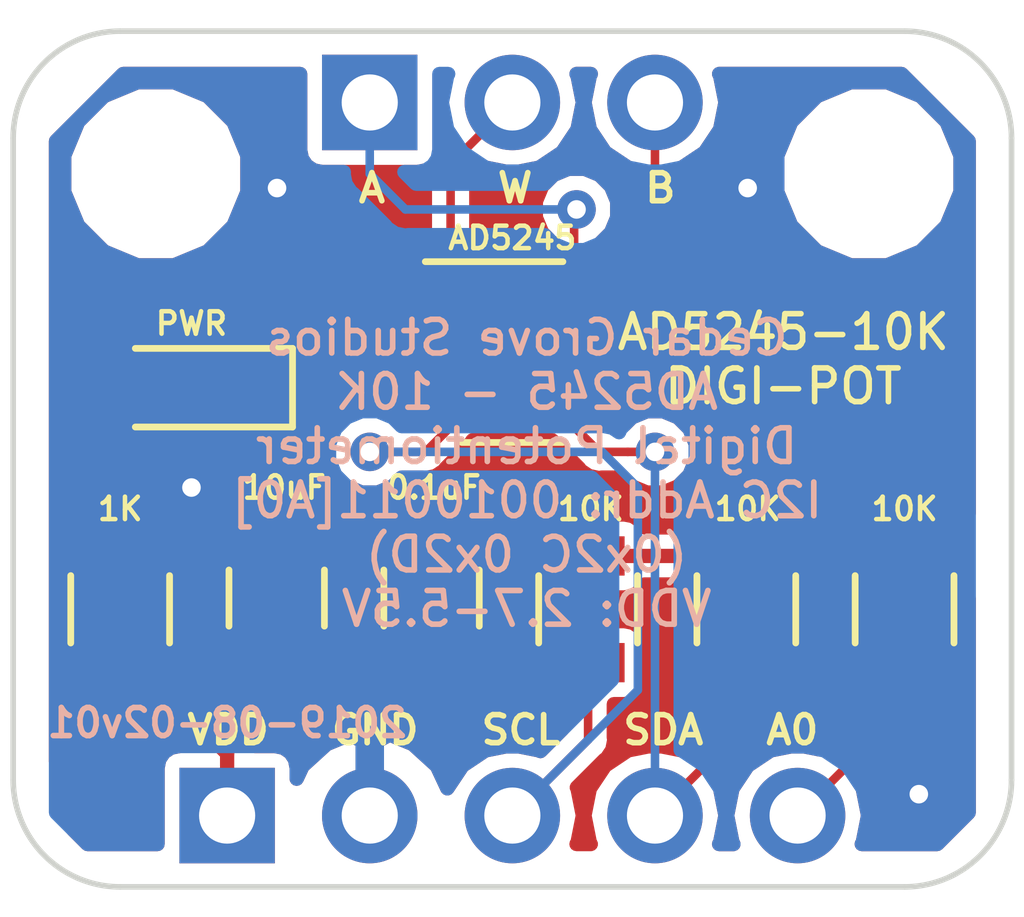
<source format=kicad_pcb>
(kicad_pcb (version 20171130) (host pcbnew "(5.0.0-rc2-dev-444-g2974a2c10)")

  (general
    (thickness 1.6)
    (drawings 13)
    (tracks 62)
    (zones 0)
    (modules 14)
    (nets 10)
  )

  (page USLetter)
  (title_block
    (title AD5245_breakout)
    (date 2019-08-02)
    (rev v01)
    (company "Cedar Grove Studios")
  )

  (layers
    (0 F.Cu signal)
    (31 B.Cu signal)
    (32 B.Adhes user hide)
    (33 F.Adhes user hide)
    (34 B.Paste user hide)
    (35 F.Paste user)
    (36 B.SilkS user)
    (37 F.SilkS user)
    (38 B.Mask user hide)
    (39 F.Mask user hide)
    (40 Dwgs.User user hide)
    (41 Cmts.User user hide)
    (42 Eco1.User user hide)
    (43 Eco2.User user hide)
    (44 Edge.Cuts user)
    (45 Margin user hide)
    (46 B.CrtYd user hide)
    (47 F.CrtYd user hide)
    (48 B.Fab user hide)
    (49 F.Fab user hide)
  )

  (setup
    (last_trace_width 0.1524)
    (trace_clearance 0.1524)
    (zone_clearance 0.254)
    (zone_45_only yes)
    (trace_min 0.1524)
    (segment_width 0.1)
    (edge_width 0.1)
    (via_size 0.6858)
    (via_drill 0.3302)
    (via_min_size 0.6858)
    (via_min_drill 0.3302)
    (uvia_size 0.6858)
    (uvia_drill 0.3302)
    (uvias_allowed no)
    (uvia_min_size 0.6858)
    (uvia_min_drill 0.3302)
    (pcb_text_width 0.3)
    (pcb_text_size 1.5 1.5)
    (mod_edge_width 0.15)
    (mod_text_size 1 1)
    (mod_text_width 0.15)
    (pad_size 1.5 1.5)
    (pad_drill 0.6)
    (pad_to_mask_clearance 0.0508)
    (aux_axis_origin 0 0)
    (visible_elements 7FFFFFFF)
    (pcbplotparams
      (layerselection 0x010f8_ffffffff)
      (usegerberextensions true)
      (usegerberattributes false)
      (usegerberadvancedattributes false)
      (creategerberjobfile false)
      (excludeedgelayer true)
      (linewidth 0.078740)
      (plotframeref false)
      (viasonmask false)
      (mode 1)
      (useauxorigin false)
      (hpglpennumber 1)
      (hpglpenspeed 20)
      (hpglpendiameter 0)
      (psnegative false)
      (psa4output false)
      (plotreference true)
      (plotvalue true)
      (plotinvisibletext false)
      (padsonsilk false)
      (subtractmaskfromsilk false)
      (outputformat 1)
      (mirror false)
      (drillshape 0)
      (scaleselection 1)
      (outputdirectory AD5245_breakout-gerbers/))
  )

  (net 0 "")
  (net 1 GND)
  (net 2 +3V3)
  (net 3 "Net-(D1-Pad2)")
  (net 4 /W)
  (net 5 /A)
  (net 6 /SCL)
  (net 7 /SDA)
  (net 8 /A0)
  (net 9 /B)

  (net_class Default "This is the default net class."
    (clearance 0.1524)
    (trace_width 0.1524)
    (via_dia 0.6858)
    (via_drill 0.3302)
    (uvia_dia 0.6858)
    (uvia_drill 0.3302)
    (diff_pair_gap 0.1524)
    (diff_pair_width 0.1524)
    (add_net /A)
    (add_net /A0)
    (add_net /B)
    (add_net /SCL)
    (add_net /SDA)
    (add_net /W)
    (add_net GND)
    (add_net "Net-(D1-Pad2)")
  )

  (net_class Power ""
    (clearance 0.254)
    (trace_width 0.254)
    (via_dia 1.016)
    (via_drill 0.508)
    (uvia_dia 0.6858)
    (uvia_drill 0.3302)
    (diff_pair_gap 0.1524)
    (diff_pair_width 0.1524)
    (add_net +3V3)
  )

  (module Fiducials:Fiducial_0.75mm_Dia_1.5mm_Outer (layer F.Cu) (tedit 5D44C862) (tstamp 5D44D3DC)
    (at 111.506 72.898)
    (descr "Circular Fiducial, 0.75mm bare copper top; 1.5mm keepout (Level B)")
    (tags marker)
    (attr virtual)
    (fp_text reference REF** (at -1.016 -6.35) (layer F.Fab)
      (effects (font (size 1 1) (thickness 0.15)))
    )
    (fp_text value Fiducial_0.75mm_Dia_1.5mm_Outer (at 0 2) (layer F.Fab)
      (effects (font (size 1 1) (thickness 0.15)))
    )
    (fp_circle (center 0 0) (end 0.75 0) (layer F.Fab) (width 0.1))
    (fp_text user %R (at 0 0) (layer F.Fab)
      (effects (font (size 0.3 0.3) (thickness 0.05)))
    )
    (fp_circle (center 0 0) (end 1 0) (layer F.CrtYd) (width 0.05))
    (pad ~ smd circle (at 0 0) (size 0.75 0.75) (layers F.Cu F.Mask)
      (solder_mask_margin 0.375) (clearance 0.375))
  )

  (module Mounting_Holes:MountingHole_2.5mm (layer F.Cu) (tedit 5D44C84C) (tstamp 5D44CDA1)
    (at 109.22 71.12)
    (descr "Mounting Hole 2.5mm, no annular")
    (tags "mounting hole 2.5mm no annular")
    (attr virtual)
    (fp_text reference REF** (at 0 -3.5) (layer F.Fab)
      (effects (font (size 1 1) (thickness 0.15)))
    )
    (fp_text value MountingHole_2.5mm (at 0 3.5) (layer F.Fab)
      (effects (font (size 1 1) (thickness 0.15)))
    )
    (fp_circle (center 0 0) (end 2.75 0) (layer F.CrtYd) (width 0.05))
    (fp_circle (center 0 0) (end 2.5 0) (layer Cmts.User) (width 0.15))
    (fp_text user %R (at 0.3 0) (layer F.Fab)
      (effects (font (size 1 1) (thickness 0.15)))
    )
    (pad 1 np_thru_hole circle (at 0 0) (size 2.5 2.5) (drill 2.5) (layers *.Cu *.Mask))
  )

  (module Capacitors_SMD:C_0805 (layer F.Cu) (tedit 5D44C999) (tstamp 5CD7D76C)
    (at 114.131 78.67645 270)
    (descr "Capacitor SMD 0805, reflow soldering, AVX (see smccp.pdf)")
    (tags "capacitor 0805")
    (path /5B4B3918)
    (attr smd)
    (fp_text reference C1 (at 1.96855 1.101 180) (layer F.Fab)
      (effects (font (size 0.4 0.4) (thickness 0.08)))
    )
    (fp_text value 0.1uF (at -1.96845 -0.042) (layer F.SilkS)
      (effects (font (size 0.4 0.4) (thickness 0.08)))
    )
    (fp_text user %R (at 0 -1.5 270) (layer F.Fab)
      (effects (font (size 1 1) (thickness 0.15)))
    )
    (fp_line (start -1 0.62) (end -1 -0.62) (layer F.Fab) (width 0.1))
    (fp_line (start 1 0.62) (end -1 0.62) (layer F.Fab) (width 0.1))
    (fp_line (start 1 -0.62) (end 1 0.62) (layer F.Fab) (width 0.1))
    (fp_line (start -1 -0.62) (end 1 -0.62) (layer F.Fab) (width 0.1))
    (fp_line (start 0.5 -0.85) (end -0.5 -0.85) (layer F.SilkS) (width 0.12))
    (fp_line (start -0.5 0.85) (end 0.5 0.85) (layer F.SilkS) (width 0.12))
    (fp_line (start -1.75 -0.88) (end 1.75 -0.88) (layer F.CrtYd) (width 0.05))
    (fp_line (start -1.75 -0.88) (end -1.75 0.87) (layer F.CrtYd) (width 0.05))
    (fp_line (start 1.75 0.87) (end 1.75 -0.88) (layer F.CrtYd) (width 0.05))
    (fp_line (start 1.75 0.87) (end -1.75 0.87) (layer F.CrtYd) (width 0.05))
    (pad 1 smd rect (at -1 0 270) (size 1 1.25) (layers F.Cu F.Paste F.Mask)
      (net 2 +3V3))
    (pad 2 smd rect (at 1 0 270) (size 1 1.25) (layers F.Cu F.Paste F.Mask)
      (net 1 GND))
    (model Capacitors_SMD.3dshapes/C_0805.wrl
      (at (xyz 0 0 0))
      (scale (xyz 1 1 1))
      (rotate (xyz 0 0 0))
    )
    (model "C:/Program Files/KiCad/share/kicad/packages3d/Capacitors_SMD.3dshapes/C_0805.step"
      (at (xyz 0 0 0))
      (scale (xyz 1 1 1))
      (rotate (xyz 0 0 0))
    )
  )

  (module Capacitors_SMD:C_0805 (layer F.Cu) (tedit 5D44C987) (tstamp 5CD7D77C)
    (at 111.373 78.67645 270)
    (descr "Capacitor SMD 0805, reflow soldering, AVX (see smccp.pdf)")
    (tags "capacitor 0805")
    (path /5B4B3779)
    (attr smd)
    (fp_text reference C2 (at -2.09545 0.756) (layer F.Fab)
      (effects (font (size 0.4 0.4) (thickness 0.08)))
    )
    (fp_text value 10uF (at -1.96845 -0.133) (layer F.SilkS)
      (effects (font (size 0.4 0.4) (thickness 0.08)))
    )
    (fp_line (start 1.75 0.87) (end -1.75 0.87) (layer F.CrtYd) (width 0.05))
    (fp_line (start 1.75 0.87) (end 1.75 -0.88) (layer F.CrtYd) (width 0.05))
    (fp_line (start -1.75 -0.88) (end -1.75 0.87) (layer F.CrtYd) (width 0.05))
    (fp_line (start -1.75 -0.88) (end 1.75 -0.88) (layer F.CrtYd) (width 0.05))
    (fp_line (start -0.5 0.85) (end 0.5 0.85) (layer F.SilkS) (width 0.12))
    (fp_line (start 0.5 -0.85) (end -0.5 -0.85) (layer F.SilkS) (width 0.12))
    (fp_line (start -1 -0.62) (end 1 -0.62) (layer F.Fab) (width 0.1))
    (fp_line (start 1 -0.62) (end 1 0.62) (layer F.Fab) (width 0.1))
    (fp_line (start 1 0.62) (end -1 0.62) (layer F.Fab) (width 0.1))
    (fp_line (start -1 0.62) (end -1 -0.62) (layer F.Fab) (width 0.1))
    (fp_text user %R (at 0 -1.5 270) (layer F.Fab)
      (effects (font (size 1 1) (thickness 0.15)))
    )
    (pad 2 smd rect (at 1 0 270) (size 1 1.25) (layers F.Cu F.Paste F.Mask)
      (net 1 GND))
    (pad 1 smd rect (at -1 0 270) (size 1 1.25) (layers F.Cu F.Paste F.Mask)
      (net 2 +3V3))
    (model Capacitors_SMD.3dshapes/C_0805.wrl
      (at (xyz 0 0 0))
      (scale (xyz 1 1 1))
      (rotate (xyz 0 0 0))
    )
    (model "C:/Program Files/KiCad/share/kicad/packages3d/Capacitors_SMD.3dshapes/C_0805.step"
      (at (xyz 0 0 0))
      (scale (xyz 1 1 1))
      (rotate (xyz 0 0 0))
    )
  )

  (module Resistors_SMD:R_0805 (layer F.Cu) (tedit 5D44C9C0) (tstamp 5CD7D7FC)
    (at 116.919 78.87645 90)
    (descr "Resistor SMD 0805, reflow soldering, Vishay (see dcrcw.pdf)")
    (tags "resistor 0805")
    (path /5D4B7776)
    (attr smd)
    (fp_text reference R1 (at -1.76855 -0.714 180) (layer F.Fab)
      (effects (font (size 0.4 0.4) (thickness 0.08)))
    )
    (fp_text value 10K (at 1.78745 0.048 180) (layer F.SilkS)
      (effects (font (size 0.4 0.4) (thickness 0.08)))
    )
    (fp_text user %R (at 0 0 90) (layer F.Fab)
      (effects (font (size 0.5 0.5) (thickness 0.075)))
    )
    (fp_line (start -1 0.62) (end -1 -0.62) (layer F.Fab) (width 0.1))
    (fp_line (start 1 0.62) (end -1 0.62) (layer F.Fab) (width 0.1))
    (fp_line (start 1 -0.62) (end 1 0.62) (layer F.Fab) (width 0.1))
    (fp_line (start -1 -0.62) (end 1 -0.62) (layer F.Fab) (width 0.1))
    (fp_line (start 0.6 0.88) (end -0.6 0.88) (layer F.SilkS) (width 0.12))
    (fp_line (start -0.6 -0.88) (end 0.6 -0.88) (layer F.SilkS) (width 0.12))
    (fp_line (start -1.55 -0.9) (end 1.55 -0.9) (layer F.CrtYd) (width 0.05))
    (fp_line (start -1.55 -0.9) (end -1.55 0.9) (layer F.CrtYd) (width 0.05))
    (fp_line (start 1.55 0.9) (end 1.55 -0.9) (layer F.CrtYd) (width 0.05))
    (fp_line (start 1.55 0.9) (end -1.55 0.9) (layer F.CrtYd) (width 0.05))
    (pad 1 smd rect (at -0.95 0 90) (size 0.7 1.3) (layers F.Cu F.Paste F.Mask)
      (net 6 /SCL))
    (pad 2 smd rect (at 0.95 0 90) (size 0.7 1.3) (layers F.Cu F.Paste F.Mask)
      (net 2 +3V3))
    (model ${KISYS3DMOD}/Resistors_SMD.3dshapes/R_0805.wrl
      (at (xyz 0 0 0))
      (scale (xyz 1 1 1))
      (rotate (xyz 0 0 0))
    )
    (model "C:/Program Files/KiCad/share/kicad/packages3d/Resistors_SMD.3dshapes/R_0805.wrl"
      (at (xyz 0 0 0))
      (scale (xyz 1 1 1))
      (rotate (xyz 0 0 0))
    )
  )

  (module Resistors_SMD:R_0805 (layer F.Cu) (tedit 5D44C991) (tstamp 5CD7D82C)
    (at 108.585 78.87645 270)
    (descr "Resistor SMD 0805, reflow soldering, Vishay (see dcrcw.pdf)")
    (tags "resistor 0805")
    (path /5C030D73)
    (attr smd)
    (fp_text reference R4 (at -1.78745 0.635) (layer F.Fab)
      (effects (font (size 0.4 0.4) (thickness 0.08)))
    )
    (fp_text value 1K (at -1.78745 0) (layer F.SilkS)
      (effects (font (size 0.4 0.4) (thickness 0.08)))
    )
    (fp_line (start 1.55 0.9) (end -1.55 0.9) (layer F.CrtYd) (width 0.05))
    (fp_line (start 1.55 0.9) (end 1.55 -0.9) (layer F.CrtYd) (width 0.05))
    (fp_line (start -1.55 -0.9) (end -1.55 0.9) (layer F.CrtYd) (width 0.05))
    (fp_line (start -1.55 -0.9) (end 1.55 -0.9) (layer F.CrtYd) (width 0.05))
    (fp_line (start -0.6 -0.88) (end 0.6 -0.88) (layer F.SilkS) (width 0.12))
    (fp_line (start 0.6 0.88) (end -0.6 0.88) (layer F.SilkS) (width 0.12))
    (fp_line (start -1 -0.62) (end 1 -0.62) (layer F.Fab) (width 0.1))
    (fp_line (start 1 -0.62) (end 1 0.62) (layer F.Fab) (width 0.1))
    (fp_line (start 1 0.62) (end -1 0.62) (layer F.Fab) (width 0.1))
    (fp_line (start -1 0.62) (end -1 -0.62) (layer F.Fab) (width 0.1))
    (fp_text user %R (at 0 0 270) (layer F.Fab)
      (effects (font (size 0.5 0.5) (thickness 0.075)))
    )
    (pad 2 smd rect (at 0.95 0 270) (size 0.7 1.3) (layers F.Cu F.Paste F.Mask)
      (net 2 +3V3))
    (pad 1 smd rect (at -0.95 0 270) (size 0.7 1.3) (layers F.Cu F.Paste F.Mask)
      (net 3 "Net-(D1-Pad2)"))
    (model "C:/Program Files/KiCad/share/kicad/packages3d/Resistors_SMD.3dshapes/R_0805.wrl"
      (at (xyz 0 0 0))
      (scale (xyz 1 1 1))
      (rotate (xyz 0 0 0))
    )
    (model "C:/Program Files/KiCad/share/kicad/packages3d/Resistors_SMD.3dshapes/R_0805.wrl"
      (at (xyz 0 0 0))
      (scale (xyz 1 1 1))
      (rotate (xyz 0 0 0))
    )
  )

  (module LEDs:LED_0805 (layer F.Cu) (tedit 5D44FFB3) (tstamp 5D44CB48)
    (at 109.855 74.93 180)
    (descr "LED 0805 smd package")
    (tags "LED led 0805 SMD smd SMT smt smdled SMDLED smtled SMTLED")
    (path /5C030D6D)
    (attr smd)
    (fp_text reference D1 (at -2.286 -0.508 180) (layer F.CrtYd)
      (effects (font (size 0.4 0.4) (thickness 0.08)))
    )
    (fp_text value PWR (at 0 1.143 180) (layer F.SilkS)
      (effects (font (size 0.4 0.4) (thickness 0.08)))
    )
    (fp_text user %R (at 0 -1.25 180) (layer F.Fab)
      (effects (font (size 0.4 0.4) (thickness 0.1)))
    )
    (fp_line (start -1.95 -0.85) (end 1.95 -0.85) (layer F.CrtYd) (width 0.05))
    (fp_line (start -1.95 0.85) (end -1.95 -0.85) (layer F.CrtYd) (width 0.05))
    (fp_line (start 1.95 0.85) (end -1.95 0.85) (layer F.CrtYd) (width 0.05))
    (fp_line (start 1.95 -0.85) (end 1.95 0.85) (layer F.CrtYd) (width 0.05))
    (fp_line (start -1.8 -0.7) (end 1 -0.7) (layer F.SilkS) (width 0.12))
    (fp_line (start -1.8 0.7) (end 1 0.7) (layer F.SilkS) (width 0.12))
    (fp_line (start -1 0.6) (end -1 -0.6) (layer F.Fab) (width 0.1))
    (fp_line (start -1 -0.6) (end 1 -0.6) (layer F.Fab) (width 0.1))
    (fp_line (start 1 -0.6) (end 1 0.6) (layer F.Fab) (width 0.1))
    (fp_line (start 1 0.6) (end -1 0.6) (layer F.Fab) (width 0.1))
    (fp_line (start 0.2 -0.4) (end 0.2 0.4) (layer F.Fab) (width 0.1))
    (fp_line (start 0.2 0.4) (end -0.4 0) (layer F.Fab) (width 0.1))
    (fp_line (start -0.4 0) (end 0.2 -0.4) (layer F.Fab) (width 0.1))
    (fp_line (start -0.4 -0.4) (end -0.4 0.4) (layer F.Fab) (width 0.1))
    (fp_line (start -1.8 -0.7) (end -1.8 0.7) (layer F.SilkS) (width 0.12))
    (pad 1 smd rect (at -1.1 0) (size 1.2 1.2) (layers F.Cu F.Paste F.Mask)
      (net 1 GND))
    (pad 2 smd rect (at 1.1 0) (size 1.2 1.2) (layers F.Cu F.Paste F.Mask)
      (net 3 "Net-(D1-Pad2)"))
    (model ${KISYS3DMOD}/LEDs.3dshapes/LED_0805.wrl
      (at (xyz 0 0 0))
      (scale (xyz 1 1 1))
      (rotate (xyz 0 0 180))
    )
    (model "C:/Program Files/KiCad/share/kicad/packages3d/LEDs.3dshapes/LED_0805.wrl"
      (offset (xyz -0.25 0 0))
      (scale (xyz 1 1 1))
      (rotate (xyz 0 0 0))
    )
  )

  (module Resistors_SMD:R_0805 (layer F.Cu) (tedit 5D44C9BB) (tstamp 5D44CB89)
    (at 119.737 78.87645 90)
    (descr "Resistor SMD 0805, reflow soldering, Vishay (see dcrcw.pdf)")
    (tags "resistor 0805")
    (path /5D4B7994)
    (attr smd)
    (fp_text reference R2 (at -1.76855 -0.738 180) (layer F.Fab)
      (effects (font (size 0.4 0.4) (thickness 0.08)))
    )
    (fp_text value 10K (at 1.78745 0.024 180) (layer F.SilkS)
      (effects (font (size 0.4 0.4) (thickness 0.08)))
    )
    (fp_line (start 1.55 0.9) (end -1.55 0.9) (layer F.CrtYd) (width 0.05))
    (fp_line (start 1.55 0.9) (end 1.55 -0.9) (layer F.CrtYd) (width 0.05))
    (fp_line (start -1.55 -0.9) (end -1.55 0.9) (layer F.CrtYd) (width 0.05))
    (fp_line (start -1.55 -0.9) (end 1.55 -0.9) (layer F.CrtYd) (width 0.05))
    (fp_line (start -0.6 -0.88) (end 0.6 -0.88) (layer F.SilkS) (width 0.12))
    (fp_line (start 0.6 0.88) (end -0.6 0.88) (layer F.SilkS) (width 0.12))
    (fp_line (start -1 -0.62) (end 1 -0.62) (layer F.Fab) (width 0.1))
    (fp_line (start 1 -0.62) (end 1 0.62) (layer F.Fab) (width 0.1))
    (fp_line (start 1 0.62) (end -1 0.62) (layer F.Fab) (width 0.1))
    (fp_line (start -1 0.62) (end -1 -0.62) (layer F.Fab) (width 0.1))
    (fp_text user %R (at 0 0 90) (layer F.Fab)
      (effects (font (size 0.5 0.5) (thickness 0.075)))
    )
    (pad 2 smd rect (at 0.95 0 90) (size 0.7 1.3) (layers F.Cu F.Paste F.Mask)
      (net 2 +3V3))
    (pad 1 smd rect (at -0.95 0 90) (size 0.7 1.3) (layers F.Cu F.Paste F.Mask)
      (net 7 /SDA))
    (model ${KISYS3DMOD}/Resistors_SMD.3dshapes/R_0805.wrl
      (at (xyz 0 0 0))
      (scale (xyz 1 1 1))
      (rotate (xyz 0 0 0))
    )
    (model "C:/Program Files/KiCad/share/kicad/packages3d/Resistors_SMD.3dshapes/R_0805.wrl"
      (at (xyz 0 0 0))
      (scale (xyz 1 1 1))
      (rotate (xyz 0 0 0))
    )
  )

  (module Resistors_SMD:R_0805 (layer F.Cu) (tedit 5D44C9B6) (tstamp 5D44CB99)
    (at 122.555 78.87645 270)
    (descr "Resistor SMD 0805, reflow soldering, Vishay (see dcrcw.pdf)")
    (tags "resistor 0805")
    (path /5D475F0C)
    (attr smd)
    (fp_text reference R3 (at 1.76855 0.762) (layer F.Fab)
      (effects (font (size 0.4 0.4) (thickness 0.08)))
    )
    (fp_text value 10K (at -1.78745 0) (layer F.SilkS)
      (effects (font (size 0.4 0.4) (thickness 0.08)))
    )
    (fp_text user %R (at 0 0 270) (layer F.Fab)
      (effects (font (size 0.5 0.5) (thickness 0.075)))
    )
    (fp_line (start -1 0.62) (end -1 -0.62) (layer F.Fab) (width 0.1))
    (fp_line (start 1 0.62) (end -1 0.62) (layer F.Fab) (width 0.1))
    (fp_line (start 1 -0.62) (end 1 0.62) (layer F.Fab) (width 0.1))
    (fp_line (start -1 -0.62) (end 1 -0.62) (layer F.Fab) (width 0.1))
    (fp_line (start 0.6 0.88) (end -0.6 0.88) (layer F.SilkS) (width 0.12))
    (fp_line (start -0.6 -0.88) (end 0.6 -0.88) (layer F.SilkS) (width 0.12))
    (fp_line (start -1.55 -0.9) (end 1.55 -0.9) (layer F.CrtYd) (width 0.05))
    (fp_line (start -1.55 -0.9) (end -1.55 0.9) (layer F.CrtYd) (width 0.05))
    (fp_line (start 1.55 0.9) (end 1.55 -0.9) (layer F.CrtYd) (width 0.05))
    (fp_line (start 1.55 0.9) (end -1.55 0.9) (layer F.CrtYd) (width 0.05))
    (pad 1 smd rect (at -0.95 0 270) (size 0.7 1.3) (layers F.Cu F.Paste F.Mask)
      (net 1 GND))
    (pad 2 smd rect (at 0.95 0 270) (size 0.7 1.3) (layers F.Cu F.Paste F.Mask)
      (net 8 /A0))
    (model ${KISYS3DMOD}/Resistors_SMD.3dshapes/R_0805.wrl
      (at (xyz 0 0 0))
      (scale (xyz 1 1 1))
      (rotate (xyz 0 0 0))
    )
    (model "C:/Program Files/KiCad/share/kicad/packages3d/Resistors_SMD.3dshapes/R_0805.wrl"
      (at (xyz 0 0 0))
      (scale (xyz 1 1 1))
      (rotate (xyz 0 0 0))
    )
  )

  (module TO_SOT_Packages_SMD:SOT-23-8 (layer F.Cu) (tedit 5D44C97E) (tstamp 5D44CBA9)
    (at 115.57 74.295)
    (descr "8-pin SOT-23 package, http://www.analog.com/media/en/package-pcb-resources/package/pkg_pdf/sot-23rj/rj_8.pdf")
    (tags SOT-23-8)
    (path /5D44B5DF)
    (attr smd)
    (fp_text reference U1 (at -1.27 -2.032) (layer F.Fab)
      (effects (font (size 0.4 0.4) (thickness 0.08)))
    )
    (fp_text value AD5245 (at 0 -2.032 180) (layer F.SilkS)
      (effects (font (size 0.4 0.4) (thickness 0.08)))
    )
    (fp_line (start 0.9 -1.55) (end 0.9 1.55) (layer F.Fab) (width 0.1))
    (fp_line (start 0.9 1.55) (end -0.9 1.55) (layer F.Fab) (width 0.1))
    (fp_line (start -0.9 -0.9) (end -0.9 1.55) (layer F.Fab) (width 0.1))
    (fp_line (start 0.9 -1.55) (end -0.25 -1.55) (layer F.Fab) (width 0.1))
    (fp_line (start -0.9 -0.9) (end -0.25 -1.55) (layer F.Fab) (width 0.1))
    (fp_line (start -1.9 -1.8) (end -1.9 1.8) (layer F.CrtYd) (width 0.05))
    (fp_line (start -1.9 1.8) (end 1.9 1.8) (layer F.CrtYd) (width 0.05))
    (fp_line (start 1.9 1.8) (end 1.9 -1.8) (layer F.CrtYd) (width 0.05))
    (fp_line (start 1.9 -1.8) (end -1.9 -1.8) (layer F.CrtYd) (width 0.05))
    (fp_line (start 0.9 -1.61) (end -1.55 -1.61) (layer F.SilkS) (width 0.12))
    (fp_line (start -0.9 1.61) (end 0.9 1.61) (layer F.SilkS) (width 0.12))
    (fp_text user %R (at 0 0 90) (layer F.Fab)
      (effects (font (size 0.5 0.5) (thickness 0.075)))
    )
    (pad 8 smd rect (at 1.1 -0.98) (size 1.06 0.4) (layers F.Cu F.Paste F.Mask)
      (net 5 /A))
    (pad 7 smd rect (at 1.1 -0.33) (size 1.06 0.4) (layers F.Cu F.Paste F.Mask)
      (net 9 /B))
    (pad 6 smd rect (at 1.1 0.33) (size 1.06 0.4) (layers F.Cu F.Paste F.Mask)
      (net 8 /A0))
    (pad 5 smd rect (at 1.1 0.98) (size 1.06 0.4) (layers F.Cu F.Paste F.Mask)
      (net 7 /SDA))
    (pad 4 smd rect (at -1.1 0.98) (size 1.06 0.4) (layers F.Cu F.Paste F.Mask)
      (net 6 /SCL))
    (pad 3 smd rect (at -1.1 0.33) (size 1.06 0.4) (layers F.Cu F.Paste F.Mask)
      (net 1 GND))
    (pad 2 smd rect (at -1.1 -0.33) (size 1.06 0.4) (layers F.Cu F.Paste F.Mask)
      (net 2 +3V3))
    (pad 1 smd rect (at -1.1 -0.98) (size 1.06 0.4) (layers F.Cu F.Paste F.Mask)
      (net 4 /W))
    (model ${KISYS3DMOD}/TO_SOT_Packages_SMD.3dshapes/SOT-23-8.wrl
      (at (xyz 0 0 0))
      (scale (xyz 1 1 1))
      (rotate (xyz 0 0 0))
    )
    (model "C:/Program Files/KiCad/share/kicad/packages3d/Housings_SOIC.3dshapes/SOIC-8_3.9x4.9mm_Pitch1.27mm.wrl"
      (at (xyz 0 0 0))
      (scale (xyz 0.5 0.5 0.6))
      (rotate (xyz 0 0 0))
    )
  )

  (module Mounting_Holes:MountingHole_2.5mm (layer F.Cu) (tedit 5D44C689) (tstamp 5D44CD98)
    (at 121.92 71.12)
    (descr "Mounting Hole 2.5mm, no annular")
    (tags "mounting hole 2.5mm no annular")
    (attr virtual)
    (fp_text reference REF** (at 0 -3.5) (layer F.Fab)
      (effects (font (size 1 1) (thickness 0.15)))
    )
    (fp_text value MountingHole_2.5mm (at 0 3.5) (layer F.Fab)
      (effects (font (size 1 1) (thickness 0.15)))
    )
    (fp_text user %R (at 0.3 0) (layer F.Fab)
      (effects (font (size 1 1) (thickness 0.15)))
    )
    (fp_circle (center 0 0) (end 2.5 0) (layer Cmts.User) (width 0.15))
    (fp_circle (center 0 0) (end 2.75 0) (layer F.CrtYd) (width 0.05))
    (pad 1 np_thru_hole circle (at 0 0) (size 2.5 2.5) (drill 2.5) (layers *.Cu *.Mask))
  )

  (module Fiducials:Fiducial_0.75mm_Dia_1.5mm_Outer (layer F.Cu) (tedit 5D44C86A) (tstamp 5D44D3DF)
    (at 108.204 82.042)
    (descr "Circular Fiducial, 0.75mm bare copper top; 1.5mm keepout (Level B)")
    (tags marker)
    (attr virtual)
    (fp_text reference REF** (at 0 -2) (layer F.Fab)
      (effects (font (size 1 1) (thickness 0.15)))
    )
    (fp_text value Fiducial_0.75mm_Dia_1.5mm_Outer (at 0 2) (layer F.Fab)
      (effects (font (size 1 1) (thickness 0.15)))
    )
    (fp_circle (center 0 0) (end 0.75 0) (layer F.Fab) (width 0.1))
    (fp_text user %R (at 0 0) (layer F.Fab)
      (effects (font (size 0.3 0.3) (thickness 0.05)))
    )
    (fp_circle (center 0 0) (end 1 0) (layer F.CrtYd) (width 0.05))
    (pad ~ smd circle (at 0 0) (size 0.75 0.75) (layers F.Cu F.Mask)
      (solder_mask_margin 0.375) (clearance 0.375))
  )

  (module Adafruit:Pin_Header_Straight_1x05_Pitch2.54mm_no_silk (layer F.Cu) (tedit 5CC3F4DA) (tstamp 5D44FBAF)
    (at 110.49 82.55 90)
    (descr "Through hole straight pin header, 1x05, 2.54mm pitch, single row")
    (tags "Through hole pin header THT 1x05 2.54mm single row")
    (path /5D45B743)
    (fp_text reference J1 (at 0 -2.33 90) (layer F.Fab)
      (effects (font (size 1 1) (thickness 0.15)))
    )
    (fp_text value BKOUT_PINS (at 0 12.49 90) (layer F.Fab)
      (effects (font (size 1 1) (thickness 0.15)))
    )
    (fp_text user %R (at 0 5.08 180) (layer F.Fab)
      (effects (font (size 1 1) (thickness 0.15)))
    )
    (fp_line (start 1.8 -1.8) (end -1.8 -1.8) (layer F.CrtYd) (width 0.05))
    (fp_line (start 1.8 11.95) (end 1.8 -1.8) (layer F.CrtYd) (width 0.05))
    (fp_line (start -1.8 11.95) (end 1.8 11.95) (layer F.CrtYd) (width 0.05))
    (fp_line (start -1.8 -1.8) (end -1.8 11.95) (layer F.CrtYd) (width 0.05))
    (fp_line (start -1.33 -1.33) (end 0 -1.33) (layer F.Fab) (width 0.12))
    (fp_line (start -1.33 0) (end -1.33 -1.33) (layer F.Fab) (width 0.12))
    (fp_line (start -1.33 1.27) (end 1.33 1.27) (layer F.Fab) (width 0.12))
    (fp_line (start 1.33 1.27) (end 1.33 11.49) (layer F.Fab) (width 0.12))
    (fp_line (start -1.33 1.27) (end -1.33 11.49) (layer F.Fab) (width 0.12))
    (fp_line (start -1.33 11.49) (end 1.33 11.49) (layer F.Fab) (width 0.12))
    (fp_line (start -1.27 -0.635) (end -0.635 -1.27) (layer F.Fab) (width 0.1))
    (fp_line (start -1.27 11.43) (end -1.27 -0.635) (layer F.Fab) (width 0.1))
    (fp_line (start 1.27 11.43) (end -1.27 11.43) (layer F.Fab) (width 0.1))
    (fp_line (start 1.27 -1.27) (end 1.27 11.43) (layer F.Fab) (width 0.1))
    (fp_line (start -0.635 -1.27) (end 1.27 -1.27) (layer F.Fab) (width 0.1))
    (pad 5 thru_hole oval (at 0 10.16 90) (size 1.7 1.7) (drill 1) (layers *.Cu *.Mask)
      (net 8 /A0))
    (pad 4 thru_hole oval (at 0 7.62 90) (size 1.7 1.7) (drill 1) (layers *.Cu *.Mask)
      (net 7 /SDA))
    (pad 3 thru_hole oval (at 0 5.08 90) (size 1.7 1.7) (drill 1) (layers *.Cu *.Mask)
      (net 6 /SCL))
    (pad 2 thru_hole oval (at 0 2.54 90) (size 1.7 1.7) (drill 1) (layers *.Cu *.Mask)
      (net 1 GND))
    (pad 1 thru_hole rect (at 0 0 90) (size 1.7 1.7) (drill 1) (layers *.Cu *.Mask)
      (net 2 +3V3))
    (model ${KISYS3DMOD}/Pin_Headers.3dshapes/Pin_Header_Straight_1x05_Pitch2.54mm.wrl
      (at (xyz 0 0 0))
      (scale (xyz 1 1 1))
      (rotate (xyz 0 0 0))
    )
  )

  (module Adafruit:Pin_Header_Straight_1x03_Pitch2.54mm_no_silk (layer F.Cu) (tedit 5D44FCC6) (tstamp 5D450DE1)
    (at 113.03 69.85 90)
    (descr "Through hole straight pin header, 1x03, 2.54mm pitch, single row")
    (tags "Through hole pin header THT 1x03 2.54mm single row")
    (path /5B519A2A)
    (fp_text reference J2 (at 0 -2.33 90) (layer F.Fab)
      (effects (font (size 1 1) (thickness 0.15)))
    )
    (fp_text value POTENTIOMETER (at -2.54 2.413 180) (layer F.Fab)
      (effects (font (size 0.6 0.6) (thickness 0.12)))
    )
    (fp_text user %R (at 0 2.54 180) (layer F.Fab)
      (effects (font (size 1 1) (thickness 0.15)))
    )
    (fp_line (start 1.8 -1.8) (end -1.8 -1.8) (layer F.CrtYd) (width 0.05))
    (fp_line (start 1.8 6.85) (end 1.8 -1.8) (layer F.CrtYd) (width 0.05))
    (fp_line (start -1.8 6.85) (end 1.8 6.85) (layer F.CrtYd) (width 0.05))
    (fp_line (start -1.8 -1.8) (end -1.8 6.85) (layer F.CrtYd) (width 0.05))
    (fp_line (start -1.33 -1.33) (end 0 -1.33) (layer F.Fab) (width 0.12))
    (fp_line (start -1.33 0) (end -1.33 -1.33) (layer F.Fab) (width 0.12))
    (fp_line (start -1.33 1.27) (end 1.33 1.27) (layer F.Fab) (width 0.12))
    (fp_line (start 1.33 1.27) (end 1.33 6.41) (layer F.Fab) (width 0.12))
    (fp_line (start -1.33 1.27) (end -1.33 6.41) (layer F.Fab) (width 0.12))
    (fp_line (start -1.33 6.41) (end 1.33 6.41) (layer F.Fab) (width 0.12))
    (fp_line (start -1.27 -0.635) (end -0.635 -1.27) (layer F.Fab) (width 0.1))
    (fp_line (start -1.27 6.35) (end -1.27 -0.635) (layer F.Fab) (width 0.1))
    (fp_line (start 1.27 6.35) (end -1.27 6.35) (layer F.Fab) (width 0.1))
    (fp_line (start 1.27 -1.27) (end 1.27 6.35) (layer F.Fab) (width 0.1))
    (fp_line (start -0.635 -1.27) (end 1.27 -1.27) (layer F.Fab) (width 0.1))
    (pad 3 thru_hole oval (at 0 5.08 90) (size 1.7 1.7) (drill 1) (layers *.Cu *.Mask)
      (net 9 /B))
    (pad 2 thru_hole oval (at 0 2.54 90) (size 1.7 1.7) (drill 1) (layers *.Cu *.Mask)
      (net 4 /W))
    (pad 1 thru_hole rect (at 0 0 90) (size 1.7 1.7) (drill 1) (layers *.Cu *.Mask)
      (net 5 /A))
    (model ${KISYS3DMOD}/Pin_Headers.3dshapes/Pin_Header_Straight_1x03_Pitch2.54mm.wrl
      (at (xyz 0 0 0))
      (scale (xyz 1 1 1))
      (rotate (xyz 0 0 0))
    )
  )

  (gr_text "A     W     B" (at 112.776 71.374) (layer F.SilkS) (tstamp 5D44DB58)
    (effects (font (size 0.5 0.53) (thickness 0.1)) (justify left))
  )
  (gr_text "VDD   GND   SCL   SDA   A0" (at 109.728 81.026) (layer F.SilkS)
    (effects (font (size 0.5 0.5) (thickness 0.1)) (justify left))
  )
  (gr_line (start 124.46 70.485) (end 124.46 81.915) (layer Edge.Cuts) (width 0.1))
  (gr_line (start 108.585 68.58) (end 122.555 68.58) (layer Edge.Cuts) (width 0.1))
  (gr_line (start 106.68 81.915) (end 106.68 70.485) (layer Edge.Cuts) (width 0.1))
  (gr_line (start 122.555 83.82) (end 108.585 83.82) (layer Edge.Cuts) (width 0.1))
  (gr_text "Cedar Grove Studios\nAD5245 - 10K\nDigital Potentiometer\nI2C Addr: 0010011[A0]\n(0x2C 0x2D)\nVDD: 2.7-5.5V" (at 115.824 76.454) (layer B.SilkS) (tstamp 5CD8ABF8)
    (effects (font (size 0.6 0.6) (thickness 0.1)) (justify mirror))
  )
  (gr_text 2019-08-02v01 (at 110.49 80.899) (layer B.SilkS)
    (effects (font (size 0.5 0.5) (thickness 0.1)) (justify mirror))
  )
  (gr_arc (start 108.585 70.485) (end 108.585 68.58) (angle -90) (layer Edge.Cuts) (width 0.1) (tstamp 5CE0032C))
  (gr_arc (start 108.585 81.915) (end 106.68 81.915) (angle -90) (layer Edge.Cuts) (width 0.1) (tstamp 5CE00322))
  (gr_arc (start 122.555 81.915) (end 122.555 83.82) (angle -90) (layer Edge.Cuts) (width 0.1) (tstamp 5CE00318))
  (gr_arc (start 122.555 70.485) (end 124.46 70.485) (angle -90) (layer Edge.Cuts) (width 0.1))
  (gr_text "AD5245-10K\nDIGI-POT" (at 120.396 74.422) (layer F.SilkS) (tstamp 5CDA0B14)
    (effects (font (size 0.6 0.6) (thickness 0.1)))
  )

  (via (at 122.809 82.169) (size 0.6858) (drill 0.3302) (layers F.Cu B.Cu) (net 1) (tstamp 5CDF8A23))
  (via (at 119.761 71.374) (size 0.6858) (drill 0.3302) (layers F.Cu B.Cu) (net 1) (tstamp 5D44FF9A))
  (via (at 109.855 76.708) (size 0.6858) (drill 0.3302) (layers F.Cu B.Cu) (net 1) (tstamp 5D4500FB))
  (via (at 111.379 71.374) (size 0.6858) (drill 0.3302) (layers F.Cu B.Cu) (net 1) (tstamp 5D450F5A))
  (segment (start 108.87045 79.82645) (end 108.585 79.82645) (width 0.254) (layer F.Cu) (net 2))
  (segment (start 110.49 81.446) (end 108.87045 79.82645) (width 0.254) (layer F.Cu) (net 2))
  (segment (start 110.49 82.55) (end 110.49 81.446) (width 0.254) (layer F.Cu) (net 2))
  (segment (start 111.035 77.67645) (end 111.373 77.67645) (width 0.254) (layer F.Cu) (net 2))
  (segment (start 108.885 79.82645) (end 111.035 77.67645) (width 0.254) (layer F.Cu) (net 2))
  (segment (start 108.585 79.82645) (end 108.885 79.82645) (width 0.254) (layer F.Cu) (net 2))
  (segment (start 112.252 77.67645) (end 114.131 77.67645) (width 0.254) (layer F.Cu) (net 2))
  (segment (start 111.373 77.67645) (end 112.252 77.67645) (width 0.254) (layer F.Cu) (net 2))
  (segment (start 116.669 77.67645) (end 116.919 77.92645) (width 0.254) (layer F.Cu) (net 2))
  (segment (start 114.131 77.67645) (end 116.669 77.67645) (width 0.254) (layer F.Cu) (net 2))
  (segment (start 117.823 77.92645) (end 119.737 77.92645) (width 0.254) (layer F.Cu) (net 2))
  (segment (start 116.919 77.92645) (end 117.823 77.92645) (width 0.254) (layer F.Cu) (net 2))
  (segment (start 111.498 77.67645) (end 111.373 77.67645) (width 0.254) (layer F.Cu) (net 2))
  (segment (start 112.268 76.90645) (end 111.498 77.67645) (width 0.254) (layer F.Cu) (net 2))
  (segment (start 112.268 76.90645) (end 112.268 75.057) (width 0.254) (layer F.Cu) (net 2))
  (segment (start 113.36 73.965) (end 114.47 73.965) (width 0.254) (layer F.Cu) (net 2))
  (segment (start 112.268 75.057) (end 113.36 73.965) (width 0.254) (layer F.Cu) (net 2))
  (segment (start 108.585 75.1) (end 108.755 74.93) (width 0.1524) (layer F.Cu) (net 3))
  (segment (start 108.585 77.92645) (end 108.585 75.1) (width 0.1524) (layer F.Cu) (net 3))
  (segment (start 114.47 70.95) (end 115.57 69.85) (width 0.1524) (layer F.Cu) (net 4))
  (segment (start 114.47 73.315) (end 114.47 70.95) (width 0.1524) (layer F.Cu) (net 4))
  (via (at 116.713 71.755) (size 0.6858) (drill 0.3302) (layers F.Cu B.Cu) (net 5))
  (segment (start 116.67 71.798) (end 116.713 71.755) (width 0.1524) (layer F.Cu) (net 5))
  (segment (start 116.67 73.315) (end 116.67 71.798) (width 0.1524) (layer F.Cu) (net 5))
  (segment (start 116.713 71.755) (end 113.665 71.755) (width 0.1524) (layer B.Cu) (net 5))
  (segment (start 113.03 71.12) (end 113.03 69.85) (width 0.1524) (layer B.Cu) (net 5))
  (segment (start 113.665 71.755) (end 113.03 71.12) (width 0.1524) (layer B.Cu) (net 5))
  (segment (start 116.919 81.201) (end 116.919 79.82645) (width 0.1524) (layer F.Cu) (net 6))
  (segment (start 115.57 82.55) (end 116.919 81.201) (width 0.1524) (layer F.Cu) (net 6))
  (segment (start 113.03 76.073) (end 113.03 76.073) (width 0.1524) (layer F.Cu) (net 6) (tstamp 5D44FF8E))
  (via (at 113.03 76.073) (size 0.6858) (drill 0.3302) (layers F.Cu B.Cu) (net 6))
  (segment (start 113.03 76.073) (end 117.17019 76.073) (width 0.1524) (layer B.Cu) (net 6))
  (segment (start 117.17019 76.073) (end 117.80519 76.708) (width 0.1524) (layer B.Cu) (net 6))
  (segment (start 115.57 82.55) (end 117.80519 80.31481) (width 0.1524) (layer B.Cu) (net 6))
  (segment (start 117.80519 80.31481) (end 117.80519 76.708) (width 0.1524) (layer B.Cu) (net 6))
  (segment (start 113.514933 76.073) (end 113.03 76.073) (width 0.1524) (layer F.Cu) (net 6))
  (segment (start 114.0244 76.073) (end 113.514933 76.073) (width 0.1524) (layer F.Cu) (net 6))
  (segment (start 114.47 75.6274) (end 114.0244 76.073) (width 0.1524) (layer F.Cu) (net 6))
  (segment (start 114.47 75.275) (end 114.47 75.6274) (width 0.1524) (layer F.Cu) (net 6))
  (segment (start 119.737 80.923) (end 119.737 79.82645) (width 0.1524) (layer F.Cu) (net 7))
  (segment (start 118.11 82.55) (end 119.737 80.923) (width 0.1524) (layer F.Cu) (net 7))
  (segment (start 118.11 76.073) (end 118.11 76.073) (width 0.1524) (layer F.Cu) (net 7) (tstamp 5D44FF8C))
  (via (at 118.11 76.073) (size 0.6858) (drill 0.3302) (layers F.Cu B.Cu) (net 7))
  (segment (start 118.11 76.073) (end 118.11 82.55) (width 0.1524) (layer B.Cu) (net 7))
  (segment (start 117.625067 76.073) (end 118.11 76.073) (width 0.1524) (layer F.Cu) (net 7))
  (segment (start 117.1156 76.073) (end 117.625067 76.073) (width 0.1524) (layer F.Cu) (net 7))
  (segment (start 116.67 75.6274) (end 117.1156 76.073) (width 0.1524) (layer F.Cu) (net 7))
  (segment (start 116.67 75.275) (end 116.67 75.6274) (width 0.1524) (layer F.Cu) (net 7))
  (segment (start 121.499999 81.700001) (end 120.65 82.55) (width 0.1524) (layer F.Cu) (net 8))
  (segment (start 122.555 80.645) (end 122.555 79.82645) (width 0.1524) (layer F.Cu) (net 8))
  (segment (start 121.499999 81.700001) (end 122.555 80.645) (width 0.1524) (layer F.Cu) (net 8))
  (segment (start 119.71 74.625) (end 116.67 74.625) (width 0.1524) (layer F.Cu) (net 8))
  (segment (start 121.499999 81.700001) (end 121.499999 76.414999) (width 0.1524) (layer F.Cu) (net 8))
  (segment (start 121.499999 76.414999) (end 119.71 74.625) (width 0.1524) (layer F.Cu) (net 8))
  (segment (start 118.11 71.052081) (end 118.11 69.85) (width 0.1524) (layer F.Cu) (net 9))
  (segment (start 118.11 73.2074) (end 118.11 71.052081) (width 0.1524) (layer F.Cu) (net 9))
  (segment (start 117.3524 73.965) (end 118.11 73.2074) (width 0.1524) (layer F.Cu) (net 9))
  (segment (start 116.67 73.965) (end 117.3524 73.965) (width 0.1524) (layer F.Cu) (net 9))

  (zone (net 1) (net_name GND) (layer F.Cu) (tstamp 0) (hatch edge 0.508)
    (connect_pads (clearance 0.254))
    (min_thickness 0.254)
    (fill yes (arc_segments 16) (thermal_gap 0.508) (thermal_bridge_width 0.508))
    (polygon
      (pts
        (xy 107.315 70.485) (xy 108.585 69.215) (xy 122.555 69.215) (xy 123.825 70.485) (xy 123.825 82.55)
        (xy 123.19 83.185) (xy 107.95 83.185) (xy 107.315 82.55)
      )
    )
    (filled_polygon
      (pts
        (xy 111.791536 70.7) (xy 111.821106 70.848659) (xy 111.905314 70.974686) (xy 112.031341 71.058894) (xy 112.18 71.088464)
        (xy 113.88 71.088464) (xy 114.012801 71.062048) (xy 114.0128 72.726536) (xy 113.94 72.726536) (xy 113.791341 72.756106)
        (xy 113.665314 72.840314) (xy 113.581106 72.966341) (xy 113.551536 73.115) (xy 113.551536 73.457) (xy 113.410027 73.457)
        (xy 113.359999 73.447049) (xy 113.309971 73.457) (xy 113.309968 73.457) (xy 113.161788 73.486475) (xy 113.036167 73.570412)
        (xy 113.036165 73.570414) (xy 112.993753 73.598753) (xy 112.965414 73.641165) (xy 112.19 74.41658) (xy 112.19 74.20369)
        (xy 112.093327 73.970301) (xy 111.914698 73.791673) (xy 111.777446 73.734821) (xy 112.00278 73.641484) (xy 112.249484 73.39478)
        (xy 112.383 73.072446) (xy 112.383 72.723554) (xy 112.249484 72.40122) (xy 112.00278 72.154516) (xy 111.680446 72.021)
        (xy 111.331554 72.021) (xy 111.00922 72.154516) (xy 110.762516 72.40122) (xy 110.629 72.723554) (xy 110.629 73.072446)
        (xy 110.762516 73.39478) (xy 111.00922 73.641484) (xy 111.210778 73.724972) (xy 111.082 73.85375) (xy 111.082 74.803)
        (xy 111.102 74.803) (xy 111.102 75.057) (xy 111.082 75.057) (xy 111.082 76.00625) (xy 111.24075 76.165)
        (xy 111.681309 76.165) (xy 111.76 76.132405) (xy 111.76 76.69603) (xy 111.668044 76.787986) (xy 110.748 76.787986)
        (xy 110.599341 76.817556) (xy 110.473314 76.901764) (xy 110.389106 77.027791) (xy 110.359536 77.17645) (xy 110.359536 77.633493)
        (xy 109.600343 78.392686) (xy 109.623464 78.27645) (xy 109.623464 77.57645) (xy 109.593894 77.427791) (xy 109.509686 77.301764)
        (xy 109.383659 77.217556) (xy 109.235 77.187986) (xy 109.0422 77.187986) (xy 109.0422 75.918464) (xy 109.355 75.918464)
        (xy 109.503659 75.888894) (xy 109.629686 75.804686) (xy 109.713894 75.678659) (xy 109.72 75.647962) (xy 109.72 75.65631)
        (xy 109.816673 75.889699) (xy 109.995302 76.068327) (xy 110.228691 76.165) (xy 110.66925 76.165) (xy 110.828 76.00625)
        (xy 110.828 75.057) (xy 110.808 75.057) (xy 110.808 74.803) (xy 110.828 74.803) (xy 110.828 73.85375)
        (xy 110.66925 73.695) (xy 110.228691 73.695) (xy 109.995302 73.791673) (xy 109.816673 73.970301) (xy 109.72 74.20369)
        (xy 109.72 74.212038) (xy 109.713894 74.181341) (xy 109.629686 74.055314) (xy 109.503659 73.971106) (xy 109.355 73.941536)
        (xy 108.155 73.941536) (xy 108.006341 73.971106) (xy 107.880314 74.055314) (xy 107.796106 74.181341) (xy 107.766536 74.33)
        (xy 107.766536 75.53) (xy 107.796106 75.678659) (xy 107.880314 75.804686) (xy 108.006341 75.888894) (xy 108.127801 75.913054)
        (xy 108.1278 77.187986) (xy 107.935 77.187986) (xy 107.786341 77.217556) (xy 107.660314 77.301764) (xy 107.576106 77.427791)
        (xy 107.546536 77.57645) (xy 107.546536 78.27645) (xy 107.576106 78.425109) (xy 107.660314 78.551136) (xy 107.786341 78.635344)
        (xy 107.935 78.664914) (xy 109.235 78.664914) (xy 109.351236 78.641793) (xy 108.905044 79.087986) (xy 107.935 79.087986)
        (xy 107.786341 79.117556) (xy 107.660314 79.201764) (xy 107.576106 79.327791) (xy 107.546536 79.47645) (xy 107.546536 80.17645)
        (xy 107.576106 80.325109) (xy 107.660314 80.451136) (xy 107.786341 80.535344) (xy 107.935 80.564914) (xy 108.890494 80.564914)
        (xy 109.637594 81.312014) (xy 109.491341 81.341106) (xy 109.365314 81.425314) (xy 109.281106 81.551341) (xy 109.251536 81.7)
        (xy 109.251536 83.058) (xy 108.002606 83.058) (xy 107.746262 82.801656) (xy 108.029554 82.919) (xy 108.378446 82.919)
        (xy 108.70078 82.785484) (xy 108.947484 82.53878) (xy 109.081 82.216446) (xy 109.081 81.867554) (xy 108.947484 81.54522)
        (xy 108.70078 81.298516) (xy 108.378446 81.165) (xy 108.029554 81.165) (xy 107.70722 81.298516) (xy 107.460516 81.54522)
        (xy 107.442 81.589921) (xy 107.442 70.795574) (xy 107.589 70.795574) (xy 107.589 71.444426) (xy 107.837305 72.043887)
        (xy 108.296113 72.502695) (xy 108.895574 72.751) (xy 109.544426 72.751) (xy 110.143887 72.502695) (xy 110.602695 72.043887)
        (xy 110.851 71.444426) (xy 110.851 70.795574) (xy 110.602695 70.196113) (xy 110.143887 69.737305) (xy 109.544426 69.489)
        (xy 108.895574 69.489) (xy 108.296113 69.737305) (xy 107.837305 70.196113) (xy 107.589 70.795574) (xy 107.442 70.795574)
        (xy 107.442 70.537606) (xy 108.637606 69.342) (xy 111.791536 69.342)
      )
    )
    (filled_polygon
      (pts
        (xy 123.698 70.537606) (xy 123.698 77.171425) (xy 123.564699 77.038123) (xy 123.33131 76.94145) (xy 122.84075 76.94145)
        (xy 122.682 77.1002) (xy 122.682 77.79945) (xy 122.702 77.79945) (xy 122.702 78.05345) (xy 122.682 78.05345)
        (xy 122.682 78.7527) (xy 122.84075 78.91145) (xy 123.33131 78.91145) (xy 123.564699 78.814777) (xy 123.698 78.681475)
        (xy 123.698 82.497394) (xy 123.137394 83.058) (xy 121.791075 83.058) (xy 121.809576 83.030312) (xy 121.905116 82.55)
        (xy 121.809576 82.069688) (xy 121.797256 82.05125) (xy 121.829622 82.029624) (xy 121.855131 81.991447) (xy 122.846449 81.00013)
        (xy 122.884623 80.974623) (xy 122.985673 80.823391) (xy 123.0122 80.69003) (xy 123.0122 80.690029) (xy 123.021157 80.645)
        (xy 123.0122 80.59997) (xy 123.0122 80.564914) (xy 123.205 80.564914) (xy 123.353659 80.535344) (xy 123.479686 80.451136)
        (xy 123.563894 80.325109) (xy 123.593464 80.17645) (xy 123.593464 79.47645) (xy 123.563894 79.327791) (xy 123.479686 79.201764)
        (xy 123.353659 79.117556) (xy 123.205 79.087986) (xy 121.957199 79.087986) (xy 121.957199 78.91145) (xy 122.26925 78.91145)
        (xy 122.428 78.7527) (xy 122.428 78.05345) (xy 122.408 78.05345) (xy 122.408 77.79945) (xy 122.428 77.79945)
        (xy 122.428 77.1002) (xy 122.26925 76.94145) (xy 121.957199 76.94145) (xy 121.957199 76.460029) (xy 121.966156 76.414999)
        (xy 121.930672 76.236608) (xy 121.855129 76.12355) (xy 121.829622 76.085376) (xy 121.791448 76.059869) (xy 120.065132 74.333554)
        (xy 120.039623 74.295377) (xy 119.888391 74.194327) (xy 119.75503 74.1678) (xy 119.71 74.158843) (xy 119.66497 74.1678)
        (xy 117.796178 74.1678) (xy 118.401449 73.56253) (xy 118.439623 73.537023) (xy 118.540673 73.385791) (xy 118.5672 73.25243)
        (xy 118.5672 73.252429) (xy 118.576157 73.207401) (xy 118.5672 73.162371) (xy 118.5672 71.014173) (xy 118.590312 71.009576)
        (xy 118.910588 70.795574) (xy 120.289 70.795574) (xy 120.289 71.444426) (xy 120.537305 72.043887) (xy 120.996113 72.502695)
        (xy 121.595574 72.751) (xy 122.244426 72.751) (xy 122.843887 72.502695) (xy 123.302695 72.043887) (xy 123.551 71.444426)
        (xy 123.551 70.795574) (xy 123.302695 70.196113) (xy 122.843887 69.737305) (xy 122.244426 69.489) (xy 121.595574 69.489)
        (xy 120.996113 69.737305) (xy 120.537305 70.196113) (xy 120.289 70.795574) (xy 118.910588 70.795574) (xy 118.997501 70.737501)
        (xy 119.269576 70.330312) (xy 119.365116 69.85) (xy 119.269576 69.369688) (xy 119.251075 69.342) (xy 122.502394 69.342)
      )
    )
    (filled_polygon
      (pts
        (xy 116.950424 69.369688) (xy 116.854884 69.85) (xy 116.950424 70.330312) (xy 117.222499 70.737501) (xy 117.629688 71.009576)
        (xy 117.6528 71.014173) (xy 117.6528 71.09711) (xy 117.652801 71.097115) (xy 117.6528 73.018021) (xy 117.583048 73.087773)
        (xy 117.558894 72.966341) (xy 117.474686 72.840314) (xy 117.348659 72.756106) (xy 117.2 72.726536) (xy 117.1272 72.726536)
        (xy 117.1272 72.364549) (xy 117.326693 72.165056) (xy 117.4369 71.898993) (xy 117.4369 71.611007) (xy 117.326693 71.344944)
        (xy 117.123056 71.141307) (xy 116.856993 71.0311) (xy 116.569007 71.0311) (xy 116.302944 71.141307) (xy 116.099307 71.344944)
        (xy 115.9891 71.611007) (xy 115.9891 71.898993) (xy 116.099307 72.165056) (xy 116.212801 72.27855) (xy 116.2128 72.726536)
        (xy 116.14 72.726536) (xy 115.991341 72.756106) (xy 115.865314 72.840314) (xy 115.781106 72.966341) (xy 115.751536 73.115)
        (xy 115.751536 73.515) (xy 115.7764 73.64) (xy 115.751536 73.765) (xy 115.751536 74.165) (xy 115.777395 74.295)
        (xy 115.751536 74.425) (xy 115.751536 74.825) (xy 115.7764 74.95) (xy 115.751536 75.075) (xy 115.751536 75.475)
        (xy 115.781106 75.623659) (xy 115.865314 75.749686) (xy 115.991341 75.833894) (xy 116.14 75.863464) (xy 116.277864 75.863464)
        (xy 116.31487 75.918848) (xy 116.340378 75.957023) (xy 116.378552 75.98253) (xy 116.760468 76.364446) (xy 116.785977 76.402623)
        (xy 116.937209 76.503673) (xy 117.1156 76.539157) (xy 117.16063 76.5302) (xy 117.543451 76.5302) (xy 117.699944 76.686693)
        (xy 117.966007 76.7969) (xy 118.253993 76.7969) (xy 118.520056 76.686693) (xy 118.723693 76.483056) (xy 118.8339 76.216993)
        (xy 118.8339 75.929007) (xy 118.723693 75.662944) (xy 118.520056 75.459307) (xy 118.253993 75.3491) (xy 117.966007 75.3491)
        (xy 117.699944 75.459307) (xy 117.56468 75.594571) (xy 117.588464 75.475) (xy 117.588464 75.0822) (xy 119.520622 75.0822)
        (xy 121.0428 76.604379) (xy 121.042799 81.373017) (xy 120.771239 81.319) (xy 120.528761 81.319) (xy 120.169688 81.390424)
        (xy 119.762499 81.662499) (xy 119.490424 82.069688) (xy 119.394884 82.55) (xy 119.490424 83.030312) (xy 119.508925 83.058)
        (xy 119.251075 83.058) (xy 119.269576 83.030312) (xy 119.365116 82.55) (xy 119.269576 82.069688) (xy 119.256484 82.050094)
        (xy 120.028446 81.278132) (xy 120.066623 81.252623) (xy 120.167673 81.101391) (xy 120.1942 80.96803) (xy 120.1942 80.968026)
        (xy 120.203156 80.923001) (xy 120.1942 80.877976) (xy 120.1942 80.564914) (xy 120.387 80.564914) (xy 120.535659 80.535344)
        (xy 120.661686 80.451136) (xy 120.745894 80.325109) (xy 120.775464 80.17645) (xy 120.775464 79.47645) (xy 120.745894 79.327791)
        (xy 120.661686 79.201764) (xy 120.535659 79.117556) (xy 120.387 79.087986) (xy 119.087 79.087986) (xy 118.938341 79.117556)
        (xy 118.812314 79.201764) (xy 118.728106 79.327791) (xy 118.698536 79.47645) (xy 118.698536 80.17645) (xy 118.728106 80.325109)
        (xy 118.812314 80.451136) (xy 118.938341 80.535344) (xy 119.087 80.564914) (xy 119.2798 80.564914) (xy 119.2798 80.733622)
        (xy 118.609906 81.403516) (xy 118.590312 81.390424) (xy 118.231239 81.319) (xy 117.988761 81.319) (xy 117.629688 81.390424)
        (xy 117.222499 81.662499) (xy 116.950424 82.069688) (xy 116.854884 82.55) (xy 116.950424 83.030312) (xy 116.968925 83.058)
        (xy 116.711075 83.058) (xy 116.729576 83.030312) (xy 116.825116 82.55) (xy 116.729576 82.069688) (xy 116.716484 82.050095)
        (xy 117.210449 81.55613) (xy 117.248623 81.530623) (xy 117.349673 81.379391) (xy 117.357288 81.341106) (xy 117.385157 81.201001)
        (xy 117.3762 81.155971) (xy 117.3762 80.564914) (xy 117.569 80.564914) (xy 117.717659 80.535344) (xy 117.843686 80.451136)
        (xy 117.927894 80.325109) (xy 117.957464 80.17645) (xy 117.957464 79.47645) (xy 117.927894 79.327791) (xy 117.843686 79.201764)
        (xy 117.717659 79.117556) (xy 117.569 79.087986) (xy 116.269 79.087986) (xy 116.120341 79.117556) (xy 115.994314 79.201764)
        (xy 115.910106 79.327791) (xy 115.880536 79.47645) (xy 115.880536 80.17645) (xy 115.910106 80.325109) (xy 115.994314 80.451136)
        (xy 116.120341 80.535344) (xy 116.269 80.564914) (xy 116.4618 80.564914) (xy 116.4618 81.011621) (xy 116.069905 81.403516)
        (xy 116.050312 81.390424) (xy 115.691239 81.319) (xy 115.448761 81.319) (xy 115.089688 81.390424) (xy 114.682499 81.662499)
        (xy 114.412245 82.066963) (xy 114.225183 81.668642) (xy 113.796924 81.278355) (xy 113.38689 81.108524) (xy 113.157 81.229845)
        (xy 113.157 82.423) (xy 113.177 82.423) (xy 113.177 82.677) (xy 113.157 82.677) (xy 113.157 82.697)
        (xy 112.903 82.697) (xy 112.903 82.677) (xy 112.883 82.677) (xy 112.883 82.423) (xy 112.903 82.423)
        (xy 112.903 81.229845) (xy 112.67311 81.108524) (xy 112.263076 81.278355) (xy 111.834817 81.668642) (xy 111.728464 81.895105)
        (xy 111.728464 81.7) (xy 111.698894 81.551341) (xy 111.614686 81.425314) (xy 111.488659 81.341106) (xy 111.34 81.311536)
        (xy 110.981205 81.311536) (xy 110.968525 81.247788) (xy 110.856247 81.079753) (xy 110.813832 81.051412) (xy 110.540056 80.777636)
        (xy 110.62169 80.81145) (xy 111.08725 80.81145) (xy 111.246 80.6527) (xy 111.246 79.80345) (xy 111.5 79.80345)
        (xy 111.5 80.6527) (xy 111.65875 80.81145) (xy 112.12431 80.81145) (xy 112.357699 80.714777) (xy 112.536327 80.536148)
        (xy 112.633 80.302759) (xy 112.633 79.9622) (xy 112.871 79.9622) (xy 112.871 80.302759) (xy 112.967673 80.536148)
        (xy 113.146301 80.714777) (xy 113.37969 80.81145) (xy 113.84525 80.81145) (xy 114.004 80.6527) (xy 114.004 79.80345)
        (xy 114.258 79.80345) (xy 114.258 80.6527) (xy 114.41675 80.81145) (xy 114.88231 80.81145) (xy 115.115699 80.714777)
        (xy 115.294327 80.536148) (xy 115.391 80.302759) (xy 115.391 79.9622) (xy 115.23225 79.80345) (xy 114.258 79.80345)
        (xy 114.004 79.80345) (xy 113.02975 79.80345) (xy 112.871 79.9622) (xy 112.633 79.9622) (xy 112.47425 79.80345)
        (xy 111.5 79.80345) (xy 111.246 79.80345) (xy 110.27175 79.80345) (xy 110.113 79.9622) (xy 110.113 80.302759)
        (xy 110.146815 80.384395) (xy 109.623464 79.861044) (xy 109.623464 79.806406) (xy 110.113 79.31687) (xy 110.113 79.3907)
        (xy 110.27175 79.54945) (xy 111.246 79.54945) (xy 111.246 79.52945) (xy 111.5 79.52945) (xy 111.5 79.54945)
        (xy 112.47425 79.54945) (xy 112.633 79.3907) (xy 112.633 79.050141) (xy 112.536327 78.816752) (xy 112.357699 78.638123)
        (xy 112.12431 78.54145) (xy 112.115962 78.54145) (xy 112.146659 78.535344) (xy 112.272686 78.451136) (xy 112.356894 78.325109)
        (xy 112.384873 78.18445) (xy 113.119127 78.18445) (xy 113.147106 78.325109) (xy 113.231314 78.451136) (xy 113.357341 78.535344)
        (xy 113.388038 78.54145) (xy 113.37969 78.54145) (xy 113.146301 78.638123) (xy 112.967673 78.816752) (xy 112.871 79.050141)
        (xy 112.871 79.3907) (xy 113.02975 79.54945) (xy 114.004 79.54945) (xy 114.004 79.52945) (xy 114.258 79.52945)
        (xy 114.258 79.54945) (xy 115.23225 79.54945) (xy 115.391 79.3907) (xy 115.391 79.050141) (xy 115.294327 78.816752)
        (xy 115.115699 78.638123) (xy 114.88231 78.54145) (xy 114.873962 78.54145) (xy 114.904659 78.535344) (xy 115.030686 78.451136)
        (xy 115.114894 78.325109) (xy 115.142873 78.18445) (xy 115.880536 78.18445) (xy 115.880536 78.27645) (xy 115.910106 78.425109)
        (xy 115.994314 78.551136) (xy 116.120341 78.635344) (xy 116.269 78.664914) (xy 117.569 78.664914) (xy 117.717659 78.635344)
        (xy 117.843686 78.551136) (xy 117.921653 78.43445) (xy 118.734347 78.43445) (xy 118.812314 78.551136) (xy 118.938341 78.635344)
        (xy 119.087 78.664914) (xy 120.387 78.664914) (xy 120.535659 78.635344) (xy 120.661686 78.551136) (xy 120.745894 78.425109)
        (xy 120.775464 78.27645) (xy 120.775464 77.57645) (xy 120.745894 77.427791) (xy 120.661686 77.301764) (xy 120.535659 77.217556)
        (xy 120.387 77.187986) (xy 119.087 77.187986) (xy 118.938341 77.217556) (xy 118.812314 77.301764) (xy 118.734347 77.41845)
        (xy 117.921653 77.41845) (xy 117.843686 77.301764) (xy 117.717659 77.217556) (xy 117.569 77.187986) (xy 116.817246 77.187986)
        (xy 116.719032 77.16845) (xy 116.719028 77.16845) (xy 116.669 77.158499) (xy 116.618972 77.16845) (xy 115.142873 77.16845)
        (xy 115.114894 77.027791) (xy 115.030686 76.901764) (xy 114.904659 76.817556) (xy 114.756 76.787986) (xy 113.506 76.787986)
        (xy 113.357341 76.817556) (xy 113.231314 76.901764) (xy 113.147106 77.027791) (xy 113.119127 77.16845) (xy 112.703903 77.16845)
        (xy 112.746525 77.104662) (xy 112.776 76.956482) (xy 112.776 76.956479) (xy 112.785951 76.906451) (xy 112.776 76.856423)
        (xy 112.776 76.751334) (xy 112.886007 76.7969) (xy 113.173993 76.7969) (xy 113.440056 76.686693) (xy 113.596549 76.5302)
        (xy 113.97937 76.5302) (xy 114.0244 76.539157) (xy 114.06943 76.5302) (xy 114.202791 76.503673) (xy 114.354023 76.402623)
        (xy 114.379532 76.364446) (xy 114.761446 75.982532) (xy 114.799623 75.957023) (xy 114.862137 75.863464) (xy 115 75.863464)
        (xy 115.148659 75.833894) (xy 115.274686 75.749686) (xy 115.358894 75.623659) (xy 115.388464 75.475) (xy 115.388464 75.334561)
        (xy 115.538327 75.184699) (xy 115.635 74.95131) (xy 115.635 74.88375) (xy 115.47625 74.725) (xy 115.16197 74.725)
        (xy 115.148659 74.716106) (xy 115 74.686536) (xy 114.323 74.686536) (xy 114.323 74.553464) (xy 115 74.553464)
        (xy 115.143099 74.525) (xy 115.47625 74.525) (xy 115.635 74.36625) (xy 115.635 74.29869) (xy 115.538327 74.065301)
        (xy 115.388464 73.915439) (xy 115.388464 73.765) (xy 115.3636 73.64) (xy 115.388464 73.515) (xy 115.388464 73.115)
        (xy 115.358894 72.966341) (xy 115.274686 72.840314) (xy 115.148659 72.756106) (xy 115 72.726536) (xy 114.9272 72.726536)
        (xy 114.9272 71.139378) (xy 115.070094 70.996484) (xy 115.089688 71.009576) (xy 115.448761 71.081) (xy 115.691239 71.081)
        (xy 116.050312 71.009576) (xy 116.457501 70.737501) (xy 116.729576 70.330312) (xy 116.825116 69.85) (xy 116.729576 69.369688)
        (xy 116.711075 69.342) (xy 116.968925 69.342)
      )
    )
  )
  (zone (net 1) (net_name GND) (layer B.Cu) (tstamp 5D450F43) (hatch edge 0.508)
    (connect_pads (clearance 0.254))
    (min_thickness 0.254)
    (fill yes (arc_segments 16) (thermal_gap 0.508) (thermal_bridge_width 0.508))
    (polygon
      (pts
        (xy 107.315 70.485) (xy 108.585 69.215) (xy 122.555 69.215) (xy 123.825 70.485) (xy 123.825 82.55)
        (xy 123.19 83.185) (xy 107.95 83.185) (xy 107.315 82.55)
      )
    )
    (filled_polygon
      (pts
        (xy 111.791536 70.7) (xy 111.821106 70.848659) (xy 111.905314 70.974686) (xy 112.031341 71.058894) (xy 112.18 71.088464)
        (xy 112.570116 71.088464) (xy 112.563843 71.12) (xy 112.5728 71.165029) (xy 112.599327 71.29839) (xy 112.700377 71.449623)
        (xy 112.738554 71.475132) (xy 113.309868 72.046446) (xy 113.335377 72.084623) (xy 113.486609 72.185673) (xy 113.665 72.221157)
        (xy 113.71003 72.2122) (xy 116.146451 72.2122) (xy 116.302944 72.368693) (xy 116.569007 72.4789) (xy 116.856993 72.4789)
        (xy 117.123056 72.368693) (xy 117.326693 72.165056) (xy 117.4369 71.898993) (xy 117.4369 71.611007) (xy 117.326693 71.344944)
        (xy 117.123056 71.141307) (xy 116.856993 71.0311) (xy 116.569007 71.0311) (xy 116.302944 71.141307) (xy 116.146451 71.2978)
        (xy 113.854378 71.2978) (xy 113.645042 71.088464) (xy 113.88 71.088464) (xy 114.028659 71.058894) (xy 114.154686 70.974686)
        (xy 114.238894 70.848659) (xy 114.268464 70.7) (xy 114.268464 69.342) (xy 114.428925 69.342) (xy 114.410424 69.369688)
        (xy 114.314884 69.85) (xy 114.410424 70.330312) (xy 114.682499 70.737501) (xy 115.089688 71.009576) (xy 115.448761 71.081)
        (xy 115.691239 71.081) (xy 116.050312 71.009576) (xy 116.457501 70.737501) (xy 116.729576 70.330312) (xy 116.825116 69.85)
        (xy 116.729576 69.369688) (xy 116.711075 69.342) (xy 116.968925 69.342) (xy 116.950424 69.369688) (xy 116.854884 69.85)
        (xy 116.950424 70.330312) (xy 117.222499 70.737501) (xy 117.629688 71.009576) (xy 117.988761 71.081) (xy 118.231239 71.081)
        (xy 118.590312 71.009576) (xy 118.910588 70.795574) (xy 120.289 70.795574) (xy 120.289 71.444426) (xy 120.537305 72.043887)
        (xy 120.996113 72.502695) (xy 121.595574 72.751) (xy 122.244426 72.751) (xy 122.843887 72.502695) (xy 123.302695 72.043887)
        (xy 123.551 71.444426) (xy 123.551 70.795574) (xy 123.302695 70.196113) (xy 122.843887 69.737305) (xy 122.244426 69.489)
        (xy 121.595574 69.489) (xy 120.996113 69.737305) (xy 120.537305 70.196113) (xy 120.289 70.795574) (xy 118.910588 70.795574)
        (xy 118.997501 70.737501) (xy 119.269576 70.330312) (xy 119.365116 69.85) (xy 119.269576 69.369688) (xy 119.251075 69.342)
        (xy 122.502394 69.342) (xy 123.698 70.537606) (xy 123.698 82.497394) (xy 123.137394 83.058) (xy 121.791075 83.058)
        (xy 121.809576 83.030312) (xy 121.905116 82.55) (xy 121.809576 82.069688) (xy 121.537501 81.662499) (xy 121.130312 81.390424)
        (xy 120.771239 81.319) (xy 120.528761 81.319) (xy 120.169688 81.390424) (xy 119.762499 81.662499) (xy 119.490424 82.069688)
        (xy 119.394884 82.55) (xy 119.490424 83.030312) (xy 119.508925 83.058) (xy 119.251075 83.058) (xy 119.269576 83.030312)
        (xy 119.365116 82.55) (xy 119.269576 82.069688) (xy 118.997501 81.662499) (xy 118.590312 81.390424) (xy 118.5672 81.385827)
        (xy 118.5672 76.639549) (xy 118.723693 76.483056) (xy 118.8339 76.216993) (xy 118.8339 75.929007) (xy 118.723693 75.662944)
        (xy 118.520056 75.459307) (xy 118.253993 75.3491) (xy 117.966007 75.3491) (xy 117.699944 75.459307) (xy 117.496307 75.662944)
        (xy 117.470973 75.724106) (xy 117.348581 75.642327) (xy 117.21522 75.6158) (xy 117.17019 75.606843) (xy 117.12516 75.6158)
        (xy 113.596549 75.6158) (xy 113.440056 75.459307) (xy 113.173993 75.3491) (xy 112.886007 75.3491) (xy 112.619944 75.459307)
        (xy 112.416307 75.662944) (xy 112.3061 75.929007) (xy 112.3061 76.216993) (xy 112.416307 76.483056) (xy 112.619944 76.686693)
        (xy 112.886007 76.7969) (xy 113.173993 76.7969) (xy 113.440056 76.686693) (xy 113.596549 76.5302) (xy 116.980812 76.5302)
        (xy 117.347991 76.897379) (xy 117.34799 80.125431) (xy 116.069906 81.403516) (xy 116.050312 81.390424) (xy 115.691239 81.319)
        (xy 115.448761 81.319) (xy 115.089688 81.390424) (xy 114.682499 81.662499) (xy 114.412245 82.066963) (xy 114.225183 81.668642)
        (xy 113.796924 81.278355) (xy 113.38689 81.108524) (xy 113.157 81.229845) (xy 113.157 82.423) (xy 113.177 82.423)
        (xy 113.177 82.677) (xy 113.157 82.677) (xy 113.157 82.697) (xy 112.903 82.697) (xy 112.903 82.677)
        (xy 112.883 82.677) (xy 112.883 82.423) (xy 112.903 82.423) (xy 112.903 81.229845) (xy 112.67311 81.108524)
        (xy 112.263076 81.278355) (xy 111.834817 81.668642) (xy 111.728464 81.895105) (xy 111.728464 81.7) (xy 111.698894 81.551341)
        (xy 111.614686 81.425314) (xy 111.488659 81.341106) (xy 111.34 81.311536) (xy 109.64 81.311536) (xy 109.491341 81.341106)
        (xy 109.365314 81.425314) (xy 109.281106 81.551341) (xy 109.251536 81.7) (xy 109.251536 83.058) (xy 108.002606 83.058)
        (xy 107.442 82.497394) (xy 107.442 70.795574) (xy 107.589 70.795574) (xy 107.589 71.444426) (xy 107.837305 72.043887)
        (xy 108.296113 72.502695) (xy 108.895574 72.751) (xy 109.544426 72.751) (xy 110.143887 72.502695) (xy 110.602695 72.043887)
        (xy 110.851 71.444426) (xy 110.851 70.795574) (xy 110.602695 70.196113) (xy 110.143887 69.737305) (xy 109.544426 69.489)
        (xy 108.895574 69.489) (xy 108.296113 69.737305) (xy 107.837305 70.196113) (xy 107.589 70.795574) (xy 107.442 70.795574)
        (xy 107.442 70.537606) (xy 108.637606 69.342) (xy 111.791536 69.342)
      )
    )
  )
)

</source>
